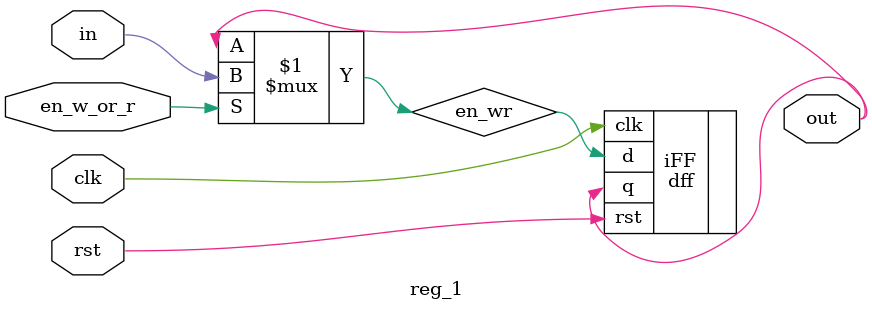
<source format=v>
module reg_1 (clk, rst, en_w_or_r, in, out);
  
  input clk, rst;
  input en_w_or_r; 
  input in;  
  output out;

  wire en_wr;

/////////////////////////////////////////////////////////////////////////////////////////
// 	   D-FF handling write/read operation using the en_wr( a.k.a enable write)     //
/////////////////////////////////////////////////////////////////////////////////////////
  dff iFF (.q(out), .d(en_wr), .clk(clk), .rst(rst));
  assign en_wr = (en_w_or_r) ? in : out;


endmodule

</source>
